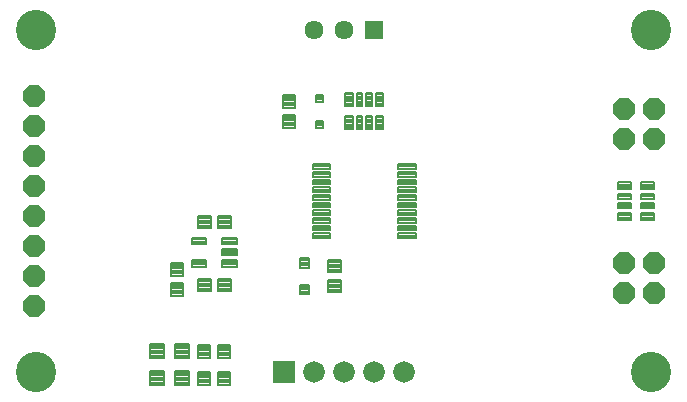
<source format=gts>
G75*
G70*
%OFA0B0*%
%FSLAX24Y24*%
%IPPOS*%
%LPD*%
%AMOC8*
5,1,8,0,0,1.08239X$1,22.5*
%
%ADD10C,0.0081*%
%ADD11C,0.0081*%
%ADD12R,0.0720X0.0720*%
%ADD13C,0.0720*%
%ADD14OC8,0.0720*%
%ADD15R,0.0635X0.0635*%
%ADD16C,0.0635*%
%ADD17C,0.0083*%
%ADD18C,0.0081*%
%ADD19C,0.0082*%
%ADD20C,0.0082*%
%ADD21C,0.0083*%
%ADD22C,0.0080*%
%ADD23C,0.1340*%
D10*
X015172Y009468D02*
X015172Y009624D01*
X015762Y009624D01*
X015762Y009468D01*
X015172Y009468D01*
X015172Y009548D02*
X015762Y009548D01*
X015172Y009724D02*
X015172Y009880D01*
X015762Y009880D01*
X015762Y009724D01*
X015172Y009724D01*
X015172Y009804D02*
X015762Y009804D01*
X015172Y009980D02*
X015172Y010136D01*
X015762Y010136D01*
X015762Y009980D01*
X015172Y009980D01*
X015172Y010060D02*
X015762Y010060D01*
X015172Y010236D02*
X015172Y010392D01*
X015762Y010392D01*
X015762Y010236D01*
X015172Y010236D01*
X015172Y010316D02*
X015762Y010316D01*
X015172Y010492D02*
X015172Y010648D01*
X015762Y010648D01*
X015762Y010492D01*
X015172Y010492D01*
X015172Y010572D02*
X015762Y010572D01*
X015172Y010748D02*
X015172Y010904D01*
X015762Y010904D01*
X015762Y010748D01*
X015172Y010748D01*
X015172Y010828D02*
X015762Y010828D01*
X015172Y011004D02*
X015172Y011160D01*
X015762Y011160D01*
X015762Y011004D01*
X015172Y011004D01*
X015172Y011084D02*
X015762Y011084D01*
X015172Y011260D02*
X015172Y011416D01*
X015762Y011416D01*
X015762Y011260D01*
X015172Y011260D01*
X015172Y011340D02*
X015762Y011340D01*
X015172Y011516D02*
X015172Y011672D01*
X015762Y011672D01*
X015762Y011516D01*
X015172Y011516D01*
X015172Y011596D02*
X015762Y011596D01*
X015172Y011772D02*
X015172Y011928D01*
X015762Y011928D01*
X015762Y011772D01*
X015172Y011772D01*
X015172Y011852D02*
X015762Y011852D01*
X018026Y011772D02*
X018026Y011928D01*
X018616Y011928D01*
X018616Y011772D01*
X018026Y011772D01*
X018026Y011852D02*
X018616Y011852D01*
X018026Y011672D02*
X018026Y011516D01*
X018026Y011672D02*
X018616Y011672D01*
X018616Y011516D01*
X018026Y011516D01*
X018026Y011596D02*
X018616Y011596D01*
X018026Y011416D02*
X018026Y011260D01*
X018026Y011416D02*
X018616Y011416D01*
X018616Y011260D01*
X018026Y011260D01*
X018026Y011340D02*
X018616Y011340D01*
X018026Y011160D02*
X018026Y011004D01*
X018026Y011160D02*
X018616Y011160D01*
X018616Y011004D01*
X018026Y011004D01*
X018026Y011084D02*
X018616Y011084D01*
X018026Y010904D02*
X018026Y010748D01*
X018026Y010904D02*
X018616Y010904D01*
X018616Y010748D01*
X018026Y010748D01*
X018026Y010828D02*
X018616Y010828D01*
X018026Y010648D02*
X018026Y010492D01*
X018026Y010648D02*
X018616Y010648D01*
X018616Y010492D01*
X018026Y010492D01*
X018026Y010572D02*
X018616Y010572D01*
X018026Y010392D02*
X018026Y010236D01*
X018026Y010392D02*
X018616Y010392D01*
X018616Y010236D01*
X018026Y010236D01*
X018026Y010316D02*
X018616Y010316D01*
X018026Y010136D02*
X018026Y009980D01*
X018026Y010136D02*
X018616Y010136D01*
X018616Y009980D01*
X018026Y009980D01*
X018026Y010060D02*
X018616Y010060D01*
X018026Y009880D02*
X018026Y009724D01*
X018026Y009880D02*
X018616Y009880D01*
X018616Y009724D01*
X018026Y009724D01*
X018026Y009804D02*
X018616Y009804D01*
X018026Y009624D02*
X018026Y009468D01*
X018026Y009624D02*
X018616Y009624D01*
X018616Y009468D01*
X018026Y009468D01*
X018026Y009548D02*
X018616Y009548D01*
D11*
X016110Y008729D02*
X016110Y008335D01*
X015678Y008335D01*
X015678Y008729D01*
X016110Y008729D01*
X016110Y008415D02*
X015678Y008415D01*
X015678Y008495D02*
X016110Y008495D01*
X016110Y008575D02*
X015678Y008575D01*
X015678Y008655D02*
X016110Y008655D01*
X016110Y008060D02*
X016110Y007666D01*
X015678Y007666D01*
X015678Y008060D01*
X016110Y008060D01*
X016110Y007746D02*
X015678Y007746D01*
X015678Y007826D02*
X016110Y007826D01*
X016110Y007906D02*
X015678Y007906D01*
X015678Y007986D02*
X016110Y007986D01*
X012445Y007701D02*
X012013Y007701D01*
X012013Y008095D01*
X012445Y008095D01*
X012445Y007701D01*
X012445Y007781D02*
X012013Y007781D01*
X012013Y007861D02*
X012445Y007861D01*
X012445Y007941D02*
X012013Y007941D01*
X012013Y008021D02*
X012445Y008021D01*
X011776Y007701D02*
X011344Y007701D01*
X011344Y008095D01*
X011776Y008095D01*
X011776Y007701D01*
X011776Y007781D02*
X011344Y007781D01*
X011344Y007861D02*
X011776Y007861D01*
X011776Y007941D02*
X011344Y007941D01*
X011344Y008021D02*
X011776Y008021D01*
X010447Y007979D02*
X010447Y007547D01*
X010447Y007979D02*
X010841Y007979D01*
X010841Y007547D01*
X010447Y007547D01*
X010447Y007627D02*
X010841Y007627D01*
X010841Y007707D02*
X010447Y007707D01*
X010447Y007787D02*
X010841Y007787D01*
X010841Y007867D02*
X010447Y007867D01*
X010447Y007947D02*
X010841Y007947D01*
X010447Y008217D02*
X010447Y008649D01*
X010841Y008649D01*
X010841Y008217D01*
X010447Y008217D01*
X010447Y008297D02*
X010841Y008297D01*
X010841Y008377D02*
X010447Y008377D01*
X010447Y008457D02*
X010841Y008457D01*
X010841Y008537D02*
X010447Y008537D01*
X010447Y008617D02*
X010841Y008617D01*
X011344Y010195D02*
X011776Y010195D01*
X011776Y009801D01*
X011344Y009801D01*
X011344Y010195D01*
X011344Y009881D02*
X011776Y009881D01*
X011776Y009961D02*
X011344Y009961D01*
X011344Y010041D02*
X011776Y010041D01*
X011776Y010121D02*
X011344Y010121D01*
X012013Y010195D02*
X012445Y010195D01*
X012445Y009801D01*
X012013Y009801D01*
X012013Y010195D01*
X012013Y009881D02*
X012445Y009881D01*
X012445Y009961D02*
X012013Y009961D01*
X012013Y010041D02*
X012445Y010041D01*
X012445Y010121D02*
X012013Y010121D01*
X014591Y013146D02*
X014591Y013578D01*
X014591Y013146D02*
X014197Y013146D01*
X014197Y013578D01*
X014591Y013578D01*
X014591Y013226D02*
X014197Y013226D01*
X014197Y013306D02*
X014591Y013306D01*
X014591Y013386D02*
X014197Y013386D01*
X014197Y013466D02*
X014591Y013466D01*
X014591Y013546D02*
X014197Y013546D01*
X014591Y013816D02*
X014591Y014248D01*
X014591Y013816D02*
X014197Y013816D01*
X014197Y014248D01*
X014591Y014248D01*
X014591Y013896D02*
X014197Y013896D01*
X014197Y013976D02*
X014591Y013976D01*
X014591Y014056D02*
X014197Y014056D01*
X014197Y014136D02*
X014591Y014136D01*
X014591Y014216D02*
X014197Y014216D01*
X012426Y005482D02*
X012032Y005482D01*
X012032Y005914D01*
X012426Y005914D01*
X012426Y005482D01*
X012426Y005562D02*
X012032Y005562D01*
X012032Y005642D02*
X012426Y005642D01*
X012426Y005722D02*
X012032Y005722D01*
X012032Y005802D02*
X012426Y005802D01*
X012426Y005882D02*
X012032Y005882D01*
X011757Y005482D02*
X011363Y005482D01*
X011363Y005914D01*
X011757Y005914D01*
X011757Y005482D01*
X011757Y005562D02*
X011363Y005562D01*
X011363Y005642D02*
X011757Y005642D01*
X011757Y005722D02*
X011363Y005722D01*
X011363Y005802D02*
X011757Y005802D01*
X011757Y005882D02*
X011363Y005882D01*
X011363Y004582D02*
X011757Y004582D01*
X011363Y004582D02*
X011363Y005014D01*
X011757Y005014D01*
X011757Y004582D01*
X011757Y004662D02*
X011363Y004662D01*
X011363Y004742D02*
X011757Y004742D01*
X011757Y004822D02*
X011363Y004822D01*
X011363Y004902D02*
X011757Y004902D01*
X011757Y004982D02*
X011363Y004982D01*
X012032Y004582D02*
X012426Y004582D01*
X012032Y004582D02*
X012032Y005014D01*
X012426Y005014D01*
X012426Y004582D01*
X012426Y004662D02*
X012032Y004662D01*
X012032Y004742D02*
X012426Y004742D01*
X012426Y004822D02*
X012032Y004822D01*
X012032Y004902D02*
X012426Y004902D01*
X012426Y004982D02*
X012032Y004982D01*
D12*
X014205Y004991D03*
D13*
X015205Y004991D03*
X016205Y004991D03*
X017205Y004991D03*
X018205Y004991D03*
D14*
X025548Y007641D03*
X026548Y007641D03*
X026548Y008641D03*
X025548Y008641D03*
X025548Y012759D03*
X026548Y012759D03*
X026548Y013759D03*
X025548Y013759D03*
X005895Y014200D03*
X005895Y013200D03*
X005895Y012200D03*
X005895Y011200D03*
X005895Y010200D03*
X005895Y009200D03*
X005895Y008200D03*
X005895Y007200D03*
D15*
X017214Y016409D03*
D16*
X016214Y016409D03*
X015214Y016409D03*
D17*
X011043Y005933D02*
X011043Y005463D01*
X010573Y005463D01*
X010573Y005933D01*
X011043Y005933D01*
X011043Y005545D02*
X010573Y005545D01*
X010573Y005627D02*
X011043Y005627D01*
X011043Y005709D02*
X010573Y005709D01*
X010573Y005791D02*
X011043Y005791D01*
X011043Y005873D02*
X010573Y005873D01*
X010216Y005933D02*
X010216Y005463D01*
X009746Y005463D01*
X009746Y005933D01*
X010216Y005933D01*
X010216Y005545D02*
X009746Y005545D01*
X009746Y005627D02*
X010216Y005627D01*
X010216Y005709D02*
X009746Y005709D01*
X009746Y005791D02*
X010216Y005791D01*
X010216Y005873D02*
X009746Y005873D01*
X010216Y005033D02*
X010216Y004563D01*
X009746Y004563D01*
X009746Y005033D01*
X010216Y005033D01*
X010216Y004645D02*
X009746Y004645D01*
X009746Y004727D02*
X010216Y004727D01*
X010216Y004809D02*
X009746Y004809D01*
X009746Y004891D02*
X010216Y004891D01*
X010216Y004973D02*
X009746Y004973D01*
X011043Y005033D02*
X011043Y004563D01*
X010573Y004563D01*
X010573Y005033D01*
X011043Y005033D01*
X011043Y004645D02*
X010573Y004645D01*
X010573Y004727D02*
X011043Y004727D01*
X011043Y004809D02*
X010573Y004809D01*
X010573Y004891D02*
X011043Y004891D01*
X011043Y004973D02*
X010573Y004973D01*
D18*
X016651Y013088D02*
X016823Y013088D01*
X016651Y013088D02*
X016651Y013540D01*
X016823Y013540D01*
X016823Y013088D01*
X016823Y013168D02*
X016651Y013168D01*
X016651Y013248D02*
X016823Y013248D01*
X016823Y013328D02*
X016651Y013328D01*
X016651Y013408D02*
X016823Y013408D01*
X016823Y013488D02*
X016651Y013488D01*
X016966Y013088D02*
X017138Y013088D01*
X016966Y013088D02*
X016966Y013540D01*
X017138Y013540D01*
X017138Y013088D01*
X017138Y013168D02*
X016966Y013168D01*
X016966Y013248D02*
X017138Y013248D01*
X017138Y013328D02*
X016966Y013328D01*
X016966Y013408D02*
X017138Y013408D01*
X017138Y013488D02*
X016966Y013488D01*
X016966Y013856D02*
X017138Y013856D01*
X016966Y013856D02*
X016966Y014308D01*
X017138Y014308D01*
X017138Y013856D01*
X017138Y013936D02*
X016966Y013936D01*
X016966Y014016D02*
X017138Y014016D01*
X017138Y014096D02*
X016966Y014096D01*
X016966Y014176D02*
X017138Y014176D01*
X017138Y014256D02*
X016966Y014256D01*
X016823Y013856D02*
X016651Y013856D01*
X016651Y014308D01*
X016823Y014308D01*
X016823Y013856D01*
X016823Y013936D02*
X016651Y013936D01*
X016651Y014016D02*
X016823Y014016D01*
X016823Y014096D02*
X016651Y014096D01*
X016651Y014176D02*
X016823Y014176D01*
X016823Y014256D02*
X016651Y014256D01*
X025340Y010944D02*
X025340Y010772D01*
X025340Y010944D02*
X025792Y010944D01*
X025792Y010772D01*
X025340Y010772D01*
X025340Y010852D02*
X025792Y010852D01*
X025792Y010932D02*
X025340Y010932D01*
X025340Y010629D02*
X025340Y010457D01*
X025340Y010629D02*
X025792Y010629D01*
X025792Y010457D01*
X025340Y010457D01*
X025340Y010537D02*
X025792Y010537D01*
X025792Y010617D02*
X025340Y010617D01*
X026107Y010629D02*
X026107Y010457D01*
X026107Y010629D02*
X026559Y010629D01*
X026559Y010457D01*
X026107Y010457D01*
X026107Y010537D02*
X026559Y010537D01*
X026559Y010617D02*
X026107Y010617D01*
X026107Y010772D02*
X026107Y010944D01*
X026559Y010944D01*
X026559Y010772D01*
X026107Y010772D01*
X026107Y010852D02*
X026559Y010852D01*
X026559Y010932D02*
X026107Y010932D01*
D19*
X026108Y011087D02*
X026108Y011333D01*
X026558Y011333D01*
X026558Y011087D01*
X026108Y011087D01*
X026108Y011168D02*
X026558Y011168D01*
X026558Y011249D02*
X026108Y011249D01*
X026108Y011330D02*
X026558Y011330D01*
X025341Y011333D02*
X025341Y011087D01*
X025341Y011333D02*
X025791Y011333D01*
X025791Y011087D01*
X025341Y011087D01*
X025341Y011168D02*
X025791Y011168D01*
X025791Y011249D02*
X025341Y011249D01*
X025341Y011330D02*
X025791Y011330D01*
X025341Y010313D02*
X025341Y010067D01*
X025341Y010313D02*
X025791Y010313D01*
X025791Y010067D01*
X025341Y010067D01*
X025341Y010148D02*
X025791Y010148D01*
X025791Y010229D02*
X025341Y010229D01*
X025341Y010310D02*
X025791Y010310D01*
X026108Y010313D02*
X026108Y010067D01*
X026108Y010313D02*
X026558Y010313D01*
X026558Y010067D01*
X026108Y010067D01*
X026108Y010148D02*
X026558Y010148D01*
X026558Y010229D02*
X026108Y010229D01*
X026108Y010310D02*
X026558Y010310D01*
X017527Y013089D02*
X017281Y013089D01*
X017281Y013539D01*
X017527Y013539D01*
X017527Y013089D01*
X017527Y013170D02*
X017281Y013170D01*
X017281Y013251D02*
X017527Y013251D01*
X017527Y013332D02*
X017281Y013332D01*
X017281Y013413D02*
X017527Y013413D01*
X017527Y013494D02*
X017281Y013494D01*
X017281Y013857D02*
X017527Y013857D01*
X017281Y013857D02*
X017281Y014307D01*
X017527Y014307D01*
X017527Y013857D01*
X017527Y013938D02*
X017281Y013938D01*
X017281Y014019D02*
X017527Y014019D01*
X017527Y014100D02*
X017281Y014100D01*
X017281Y014181D02*
X017527Y014181D01*
X017527Y014262D02*
X017281Y014262D01*
X016507Y013857D02*
X016261Y013857D01*
X016261Y014307D01*
X016507Y014307D01*
X016507Y013857D01*
X016507Y013938D02*
X016261Y013938D01*
X016261Y014019D02*
X016507Y014019D01*
X016507Y014100D02*
X016261Y014100D01*
X016261Y014181D02*
X016507Y014181D01*
X016507Y014262D02*
X016261Y014262D01*
X016261Y013089D02*
X016507Y013089D01*
X016261Y013089D02*
X016261Y013539D01*
X016507Y013539D01*
X016507Y013089D01*
X016507Y013170D02*
X016261Y013170D01*
X016261Y013251D02*
X016507Y013251D01*
X016507Y013332D02*
X016261Y013332D01*
X016261Y013413D02*
X016507Y013413D01*
X016507Y013494D02*
X016261Y013494D01*
D20*
X015278Y013382D02*
X015278Y013148D01*
X015278Y013382D02*
X015512Y013382D01*
X015512Y013148D01*
X015278Y013148D01*
X015278Y013229D02*
X015512Y013229D01*
X015512Y013310D02*
X015278Y013310D01*
X015278Y014014D02*
X015278Y014248D01*
X015512Y014248D01*
X015512Y014014D01*
X015278Y014014D01*
X015278Y014095D02*
X015512Y014095D01*
X015512Y014176D02*
X015278Y014176D01*
D21*
X015050Y008797D02*
X015050Y008485D01*
X014738Y008485D01*
X014738Y008797D01*
X015050Y008797D01*
X015050Y008567D02*
X014738Y008567D01*
X014738Y008649D02*
X015050Y008649D01*
X015050Y008731D02*
X014738Y008731D01*
X015050Y007911D02*
X015050Y007599D01*
X014738Y007599D01*
X014738Y007911D01*
X015050Y007911D01*
X015050Y007681D02*
X014738Y007681D01*
X014738Y007763D02*
X015050Y007763D01*
X015050Y007845D02*
X014738Y007845D01*
D22*
X012642Y008516D02*
X012642Y008732D01*
X012642Y008516D02*
X012170Y008516D01*
X012170Y008732D01*
X012642Y008732D01*
X012642Y008595D02*
X012170Y008595D01*
X012170Y008674D02*
X012642Y008674D01*
X012642Y008890D02*
X012642Y009106D01*
X012642Y008890D02*
X012170Y008890D01*
X012170Y009106D01*
X012642Y009106D01*
X012642Y008969D02*
X012170Y008969D01*
X012170Y009048D02*
X012642Y009048D01*
X012642Y009264D02*
X012642Y009480D01*
X012642Y009264D02*
X012170Y009264D01*
X012170Y009480D01*
X012642Y009480D01*
X012642Y009343D02*
X012170Y009343D01*
X012170Y009422D02*
X012642Y009422D01*
X011619Y009480D02*
X011619Y009264D01*
X011147Y009264D01*
X011147Y009480D01*
X011619Y009480D01*
X011619Y009343D02*
X011147Y009343D01*
X011147Y009422D02*
X011619Y009422D01*
X011619Y008732D02*
X011619Y008516D01*
X011147Y008516D01*
X011147Y008732D01*
X011619Y008732D01*
X011619Y008595D02*
X011147Y008595D01*
X011147Y008674D02*
X011619Y008674D01*
D23*
X005969Y004991D03*
X005969Y016409D03*
X026442Y016409D03*
X026442Y004991D03*
M02*

</source>
